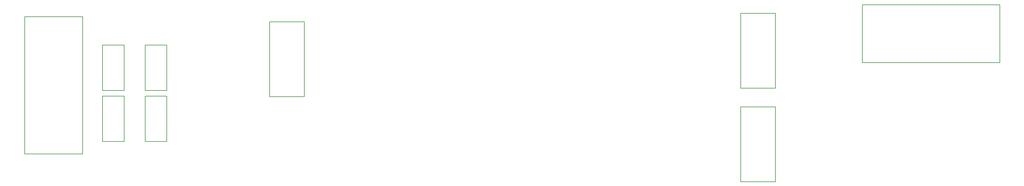
<source format=gbr>
G04 EasyPC Gerber Version 21.0.3 Build 4286 *
G04 #@! TF.Part,Single*
G04 #@! TF.FileFunction,Other,segundaplaca - Top Documentation *
G04 #@! TF.FilePolarity,Positive *
%FSLAX35Y35*%
%MOIN*%
%ADD18C,0.00197*%
X0Y0D02*
D02*
D18*
X37179Y19423D02*
X3321D01*
Y100132*
X37179*
Y19423*
X48754Y26963D02*
Y53537D01*
X61746*
Y26963*
X48754*
X61746Y83537D02*
Y56963D01*
X48754*
Y83537*
X61746*
X73754Y56963D02*
Y83537D01*
X86746*
Y56963*
X73754*
X86746Y53537D02*
Y26963D01*
X73754*
Y53537*
X86746*
X146864Y53242D02*
Y97219D01*
X167337*
Y53242*
X146864*
X443636Y47258D02*
Y3281D01*
X423163*
Y47258*
X443636*
Y102258D02*
Y58281D01*
X423163*
Y102258*
X443636*
X494423Y73321D02*
Y107179D01*
X575132*
Y73321*
X494423*
X0Y0D02*
M02*

</source>
